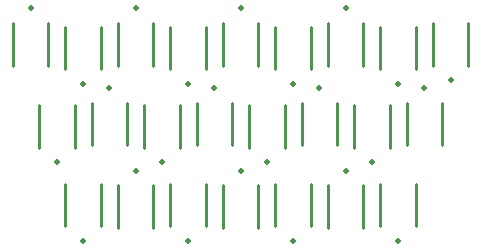
<source format=gto>
G04 DipTrace 2.3.1.0*
%INLED_Matrix.GTO*%
%MOMM*%
%ADD10C,0.25*%
%ADD17O,0.5X0.5*%
%FSLAX53Y53*%
G04*
G71*
G90*
G75*
G01*
%LNTopSilk*%
%LPD*%
X8720Y24525D2*
D10*
Y20925D1*
X5720Y24525D2*
Y20925D1*
D17*
X7220Y25775D3*
X10165Y20625D2*
D10*
Y24225D1*
X13165Y20625D2*
Y24225D1*
D17*
X11665Y19375D3*
X17610Y24525D2*
D10*
Y20925D1*
X14610Y24525D2*
Y20925D1*
D17*
X16110Y25775D3*
X19055Y20625D2*
D10*
Y24225D1*
X22055Y20625D2*
Y24225D1*
D17*
X20555Y19375D3*
X26500Y24525D2*
D10*
Y20925D1*
X23500Y24525D2*
Y20925D1*
D17*
X25000Y25775D3*
X27945Y20625D2*
D10*
Y24225D1*
X30945Y20625D2*
Y24225D1*
D17*
X29445Y19375D3*
X35390Y24525D2*
D10*
Y20925D1*
X32390Y24525D2*
Y20925D1*
D17*
X33890Y25775D3*
X36835Y20625D2*
D10*
Y24225D1*
X39835Y20625D2*
Y24225D1*
D17*
X38335Y19375D3*
X15388Y17763D2*
D10*
Y14163D1*
X12388Y17763D2*
Y14163D1*
D17*
X13888Y19013D3*
X16832Y13987D2*
D10*
Y17587D1*
X19832Y13987D2*
Y17587D1*
D17*
X18332Y12737D3*
X24278Y17763D2*
D10*
Y14163D1*
X21277Y17763D2*
Y14163D1*
D17*
X22778Y19013D3*
X25722Y13987D2*
D10*
Y17587D1*
X28722Y13987D2*
Y17587D1*
D17*
X27222Y12737D3*
X33167Y17763D2*
D10*
Y14163D1*
X30168Y17763D2*
Y14163D1*
D17*
X31668Y19013D3*
X34613Y13987D2*
D10*
Y17587D1*
X37613Y13987D2*
Y17587D1*
D17*
X36113Y12737D3*
X42057Y17763D2*
D10*
Y14163D1*
X39057Y17763D2*
Y14163D1*
D17*
X40557Y19013D3*
X41280Y20925D2*
D10*
Y24525D1*
X44280Y20925D2*
Y24525D1*
D17*
X42780Y19675D3*
X7942Y13987D2*
D10*
Y17587D1*
X10943Y13987D2*
Y17587D1*
D17*
X9443Y12737D3*
X10165Y7320D2*
D10*
Y10920D1*
X13165Y7320D2*
Y10920D1*
D17*
X11665Y6070D3*
X17610Y10778D2*
D10*
Y7178D1*
X14610Y10778D2*
Y7178D1*
D17*
X16110Y12028D3*
X19055Y7320D2*
D10*
Y10920D1*
X22055Y7320D2*
Y10920D1*
D17*
X20555Y6070D3*
X26500Y10778D2*
D10*
Y7178D1*
X23500Y10778D2*
Y7178D1*
D17*
X25000Y12028D3*
X27945Y7320D2*
D10*
Y10920D1*
X30945Y7320D2*
Y10920D1*
D17*
X29445Y6070D3*
X35390Y10778D2*
D10*
Y7178D1*
X32390Y10778D2*
Y7178D1*
D17*
X33890Y12028D3*
X36835Y7320D2*
D10*
Y10920D1*
X39835Y7320D2*
Y10920D1*
D17*
X38335Y6070D3*
M02*

</source>
